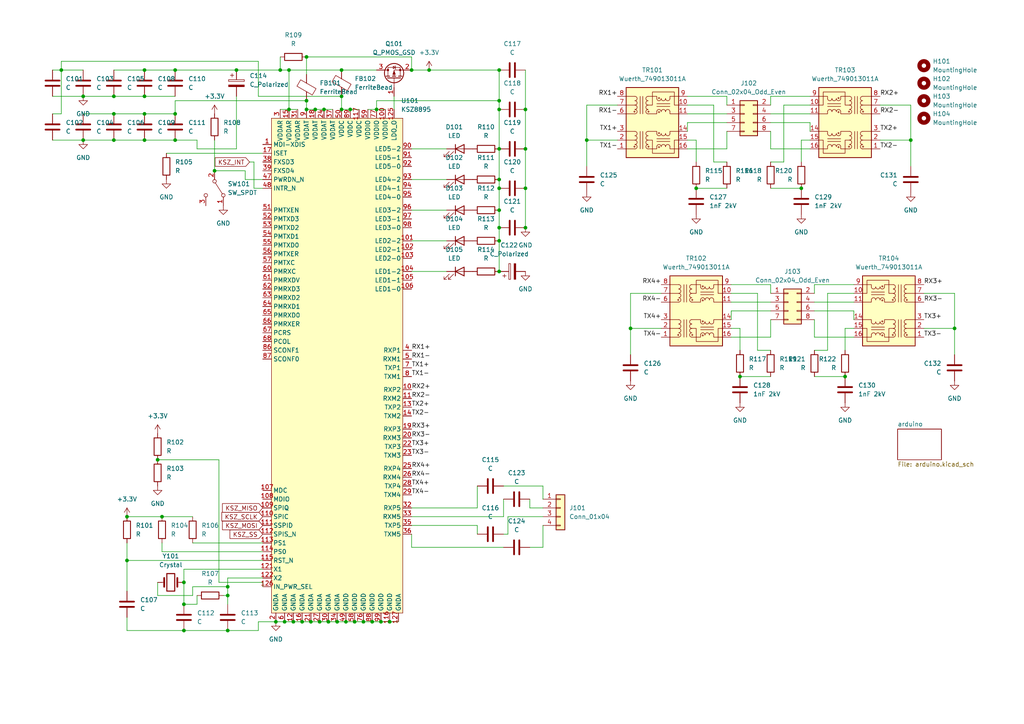
<source format=kicad_sch>
(kicad_sch (version 20211123) (generator eeschema)
  (paper "A4")
  (lib_symbols
    (symbol "Connector_Generic:Conn_01x04" (pin_names (offset 1.016) hide)
      (property "Reference" "J" (at 0 5.08 0))
      (property "Value" "Conn_01x04" (at 0 -7.62 0))
      (symbol "Conn_01x04_1_1"
        (pin passive line (at -5.08 2.54 0) (length 3.81) (name "Pin_1") (number "1"))
        (pin passive line (at -5.08 0 0) (length 3.81) (name "Pin_2") (number "2"))
        (pin passive line (at -5.08 -2.54 0) (length 3.81) (name "Pin_3") (number "3"))
        (pin passive line (at -5.08 -5.08 0) (length 3.81) (name "Pin_4") (number "4"))
      )
    )
    (symbol "Connector_Generic:Conn_02x04_Odd_Even" (pin_names (offset 1.016) hide)
      (property "Reference" "J" (at 1.27 5.08 0))
      (property "Value" "Conn_02x04_Odd_Even" (at 1.27 -7.62 0))
      (symbol "Conn_02x04_Odd_Even_1_1"
        (pin passive line (at -5.08 2.54 0) (length 3.81) (name "Pin_1") (number "1"))
        (pin passive line (at 7.62 2.54 180) (length 3.81) (name "Pin_2") (number "2"))
        (pin passive line (at -5.08 0 0) (length 3.81) (name "Pin_3") (number "3"))
        (pin passive line (at 7.62 0 180) (length 3.81) (name "Pin_4") (number "4"))
        (pin passive line (at -5.08 -2.54 0) (length 3.81) (name "Pin_5") (number "5"))
        (pin passive line (at 7.62 -2.54 180) (length 3.81) (name "Pin_6") (number "6"))
        (pin passive line (at -5.08 -5.08 0) (length 3.81) (name "Pin_7") (number "7"))
        (pin passive line (at 7.62 -5.08 180) (length 3.81) (name "Pin_8") (number "8"))
      )
    )
    (symbol "Device:C" (pin_numbers hide) (pin_names (offset 0.254))
      (property "Reference" "C" (at 0.635 2.54 0))
      (property "Value" "C" (at 0.635 -2.54 0))
      (symbol "C_1_1"
        (pin passive line (at 0 3.81 270) (length 2.794) (name "~") (number "1"))
        (pin passive line (at 0 -3.81 90) (length 2.794) (name "~") (number "2"))
      )
    )
    (symbol "Device:C_Polarized" (pin_numbers hide) (pin_names (offset 0.254))
      (property "Reference" "C" (at 0.635 2.54 0))
      (property "Value" "C_Polarized" (at 0.635 -2.54 0))
      (symbol "C_Polarized_1_1"
        (pin passive line (at 0 3.81 270) (length 2.794) (name "~") (number "1"))
        (pin passive line (at 0 -3.81 90) (length 2.794) (name "~") (number "2"))
      )
    )
    (symbol "Device:Crystal" (pin_numbers hide) (pin_names (offset 1.016) hide)
      (property "Reference" "Y" (at 0 3.81 0))
      (property "Value" "Crystal" (at 0 -3.81 0))
      (symbol "Crystal_1_1"
        (pin passive line (at -3.81 0 0) (length 1.27) (name "1") (number "1"))
        (pin passive line (at 3.81 0 180) (length 1.27) (name "2") (number "2"))
      )
    )
    (symbol "Device:FerriteBead" (pin_numbers hide) (pin_names (offset 0))
      (property "Reference" "FB" (at -3.81 0.635 90))
      (property "Value" "FerriteBead" (at 3.81 0 90))
      (symbol "FerriteBead_1_1"
        (pin passive line (at 0 3.81 270) (length 2.54) (name "~") (number "1"))
        (pin passive line (at 0 -3.81 90) (length 2.54) (name "~") (number "2"))
      )
    )
    (symbol "Device:LED" (pin_numbers hide) (pin_names (offset 1.016) hide)
      (property "Reference" "D" (at 0 2.54 0))
      (property "Value" "LED" (at 0 -2.54 0))
      (symbol "LED_1_1"
        (pin passive line (at -3.81 0 0) (length 2.54) (name "K") (number "1"))
        (pin passive line (at 3.81 0 180) (length 2.54) (name "A") (number "2"))
      )
    )
    (symbol "Device:Q_PMOS_GSD" (pin_names (offset 0) hide)
      (property "Reference" "Q" (at 5.08 1.27 0))
      (property "Value" "Q_PMOS_GSD" (at 5.08 -1.27 0))
      (symbol "Q_PMOS_GSD_1_1"
        (pin input line (at -5.08 0 0) (length 2.54) (name "G") (number "1"))
        (pin passive line (at 2.54 -5.08 90) (length 2.54) (name "S") (number "2"))
        (pin passive line (at 2.54 5.08 270) (length 2.54) (name "D") (number "3"))
      )
    )
    (symbol "Device:R" (pin_numbers hide) (pin_names (offset 0))
      (property "Reference" "R" (at 2.032 0 90))
      (property "Value" "R" (at 0 0 90))
      (symbol "R_1_1"
        (pin passive line (at 0 3.81 270) (length 1.27) (name "~") (number "1"))
        (pin passive line (at 0 -3.81 90) (length 1.27) (name "~") (number "2"))
      )
    )
    (symbol "Mechanical:MountingHole" (pin_names (offset 1.016))
      (property "Reference" "H" (at 0 5.08 0))
      (property "Value" "MountingHole" (at 0 3.175 0))
    )
    (symbol "New_Library:KSZ8895"
      (property "Reference" "U" (at 0 0 0))
      (property "Value" "KSZ8895" (at 0 0 0))
      (symbol "KSZ8895_1_1"
        (pin input line (at -16.51 66.04 0) (length 2.54) (name "MDI-XDIS") (number "1"))
        (pin bidirectional line (at 26.67 -5.08 180) (length 2.54) (name "RXP2") (number "10"))
        (pin power_in line (at 19.05 76.2 270) (length 2.54) (name "VDDIO") (number "100"))
        (pin output line (at 26.67 38.1 180) (length 2.54) (name "LED2-2") (number "101"))
        (pin output line (at 26.67 35.56 180) (length 2.54) (name "LED2-1") (number "102"))
        (pin output line (at 26.67 33.02 180) (length 2.54) (name "LED2-0") (number "103"))
        (pin output line (at 26.67 29.21 180) (length 2.54) (name "LED1-2") (number "104"))
        (pin output line (at 26.67 26.67 180) (length 2.54) (name "LED1-1") (number "105"))
        (pin output line (at 26.67 24.13 180) (length 2.54) (name "LED1-0") (number "106"))
        (pin input line (at -16.51 -34.29 0) (length 2.54) (name "MDC") (number "107"))
        (pin input line (at -16.51 -36.83 0) (length 2.54) (name "MDIO") (number "108"))
        (pin input line (at -16.51 -39.37 0) (length 2.54) (name "SPIQ") (number "109"))
        (pin bidirectional line (at 26.67 -7.62 180) (length 2.54) (name "RXM2") (number "11"))
        (pin input line (at -16.51 -41.91 0) (length 2.54) (name "SPIC") (number "110"))
        (pin input line (at -16.51 -44.45 0) (length 2.54) (name "SSPID") (number "111"))
        (pin input line (at -16.51 -46.99 0) (length 2.54) (name "SPIS_N") (number "112"))
        (pin input line (at -16.51 -49.53 0) (length 2.54) (name "PS1") (number "113"))
        (pin input line (at -16.51 -52.07 0) (length 2.54) (name "PS0") (number "114"))
        (pin input line (at -16.51 -54.61 0) (length 2.54) (name "RST_N") (number "115"))
        (pin power_in line (at 20.32 -72.39 90) (length 2.54) (name "GNDD") (number "116"))
        (pin power_in line (at 11.43 76.2 270) (length 2.54) (name "VDDC") (number "117"))
        (pin power_in line (at -7.62 -72.39 90) (length 2.54) (name "GNDA") (number "12"))
        (pin input line (at -16.51 -57.15 0) (length 2.54) (name "X1") (number "121"))
        (pin output line (at -16.51 -59.69 0) (length 2.54) (name "X2") (number "122"))
        (pin power_out line (at 21.59 76.2 270) (length 2.54) (name "LDO_O") (number "125"))
        (pin input line (at -16.51 -62.23 0) (length 2.54) (name "IN_PWR_SEL") (number "126"))
        (pin power_in line (at 22.86 -72.39 90) (length 2.54) (name "GNDA") (number "127"))
        (pin bidirectional line (at 26.67 -10.16 180) (length 2.54) (name "TXP2") (number "13"))
        (pin bidirectional line (at 26.67 -12.7 180) (length 2.54) (name "TXM2") (number "14"))
        (pin power_in line (at -8.89 76.2 270) (length 2.54) (name "VDDAR") (number "15"))
        (pin power_in line (at -5.08 -72.39 90) (length 2.54) (name "GNDA") (number "16"))
        (pin input line (at -16.51 63.5 0) (length 2.54) (name "ISET") (number "17"))
        (pin power_in line (at -1.27 76.2 270) (length 2.54) (name "VDDAT") (number "18"))
        (pin bidirectional line (at 26.67 -16.51 180) (length 2.54) (name "RXP3") (number "19"))
        (pin power_in line (at -12.7 -72.39 90) (length 2.54) (name "GNDA") (number "2"))
        (pin bidirectional line (at 26.67 -19.05 180) (length 2.54) (name "RXM3") (number "20"))
        (pin power_in line (at -2.54 -72.39 90) (length 2.54) (name "GNDA") (number "21"))
        (pin bidirectional line (at 26.67 -21.59 180) (length 2.54) (name "TXP3") (number "22"))
        (pin bidirectional line (at 26.67 -24.13 180) (length 2.54) (name "TXM3") (number "23"))
        (pin power_in line (at 1.27 76.2 270) (length 2.54) (name "VDDAT") (number "24"))
        (pin bidirectional line (at 26.67 -27.94 180) (length 2.54) (name "RXP4") (number "25"))
        (pin bidirectional line (at 26.67 -30.48 180) (length 2.54) (name "RXM4") (number "26"))
        (pin power_in line (at 0 -72.39 90) (length 2.54) (name "GNDA") (number "27"))
        (pin bidirectional line (at 26.67 -33.02 180) (length 2.54) (name "TXP4") (number "28"))
        (pin bidirectional line (at 26.67 -35.56 180) (length 2.54) (name "TXM4") (number "29"))
        (pin power_in line (at -11.43 76.2 270) (length 2.54) (name "VDDAR") (number "3"))
        (pin power_in line (at 2.54 -72.39 90) (length 2.54) (name "GNDA") (number "30"))
        (pin power_in line (at -6.35 76.2 270) (length 2.54) (name "VDDAR") (number "31"))
        (pin bidirectional line (at 26.67 -39.37 180) (length 2.54) (name "RXP5") (number "32"))
        (pin bidirectional line (at 26.67 -41.91 180) (length 2.54) (name "RXM5") (number "33"))
        (pin power_in line (at 5.08 -72.39 90) (length 2.54) (name "GNDA") (number "34"))
        (pin bidirectional line (at 26.67 -44.45 180) (length 2.54) (name "TXP5") (number "35"))
        (pin bidirectional line (at 26.67 -46.99 180) (length 2.54) (name "TXM5") (number "36"))
        (pin power_in line (at 3.81 76.2 270) (length 2.54) (name "VDDAT") (number "37"))
        (pin input line (at -16.51 60.96 0) (length 2.54) (name "FXSD3") (number "38"))
        (pin input line (at -16.51 58.42 0) (length 2.54) (name "FXSD4") (number "39"))
        (pin bidirectional line (at 26.67 6.35 180) (length 2.54) (name "RXP1") (number "4"))
        (pin input line (at -16.51 55.88 0) (length 2.54) (name "PWRDN_N") (number "47"))
        (pin output line (at -16.51 53.34 0) (length 2.54) (name "INTR_N") (number "48"))
        (pin power_in line (at 7.62 -72.39 90) (length 2.54) (name "GNDD") (number "49"))
        (pin bidirectional line (at 26.67 3.81 180) (length 2.54) (name "RXM1") (number "5"))
        (pin power_in line (at 6.35 76.2 270) (length 2.54) (name "VDDC") (number "50"))
        (pin input line (at -16.51 46.99 0) (length 2.54) (name "PMTXEN") (number "51"))
        (pin input line (at -16.51 44.45 0) (length 2.54) (name "PMTXD3") (number "52"))
        (pin input line (at -16.51 41.91 0) (length 2.54) (name "PMTXD2") (number "53"))
        (pin input line (at -16.51 39.37 0) (length 2.54) (name "PMTXD1") (number "54"))
        (pin input line (at -16.51 36.83 0) (length 2.54) (name "PMTXD0") (number "55"))
        (pin input line (at -16.51 34.29 0) (length 2.54) (name "PMTXER") (number "56"))
        (pin bidirectional line (at -16.51 31.75 0) (length 2.54) (name "PMTXC") (number "57"))
        (pin power_in line (at 10.16 -72.39 90) (length 2.54) (name "GNDD") (number "58"))
        (pin power_in line (at 13.97 76.2 270) (length 2.54) (name "VDDIO") (number "59"))
        (pin power_in line (at -10.16 -72.39 90) (length 2.54) (name "GNDA") (number "6"))
        (pin bidirectional line (at -16.51 29.21 0) (length 2.54) (name "PMRXC") (number "60"))
        (pin bidirectional line (at -16.51 26.67 0) (length 2.54) (name "PMRXDV") (number "61"))
        (pin output line (at -16.51 24.13 0) (length 2.54) (name "PMRXD3") (number "62"))
        (pin output line (at -16.51 21.59 0) (length 2.54) (name "PMRXD2") (number "63"))
        (pin output line (at -16.51 19.05 0) (length 2.54) (name "PMRXD1") (number "64"))
        (pin output line (at -16.51 16.51 0) (length 2.54) (name "PMRXD0") (number "65"))
        (pin output line (at -16.51 13.97 0) (length 2.54) (name "PMRXER") (number "66"))
        (pin output line (at -16.51 11.43 0) (length 2.54) (name "PCRS") (number "67"))
        (pin output line (at -16.51 8.89 0) (length 2.54) (name "PCOL") (number "68"))
        (pin bidirectional line (at 26.67 1.27 180) (length 2.54) (name "TXP1") (number "7"))
        (pin power_in line (at 12.7 -72.39 90) (length 2.54) (name "GNDD") (number "76"))
        (pin power_in line (at 16.51 76.2 270) (length 2.54) (name "VDDIO") (number "77"))
        (pin bidirectional line (at 26.67 -1.27 180) (length 2.54) (name "TXM1") (number "8"))
        (pin input line (at -16.51 6.35 0) (length 2.54) (name "SCONF1") (number "86"))
        (pin input line (at -16.51 3.81 0) (length 2.54) (name "SCONF0") (number "87"))
        (pin power_in line (at 15.24 -72.39 90) (length 2.54) (name "GNDD") (number "88"))
        (pin power_in line (at 8.89 76.2 270) (length 2.54) (name "VDDC") (number "89"))
        (pin power_in line (at -3.81 76.2 270) (length 2.54) (name "VDDAT") (number "9"))
        (pin output line (at 26.67 64.77 180) (length 2.54) (name "LED5-2") (number "90"))
        (pin output line (at 26.67 62.23 180) (length 2.54) (name "LED5-1") (number "91"))
        (pin output line (at 26.67 59.69 180) (length 2.54) (name "LED5-0") (number "92"))
        (pin output line (at 26.67 55.88 180) (length 2.54) (name "LED4-2") (number "93"))
        (pin output line (at 26.67 53.34 180) (length 2.54) (name "LED4-1") (number "94"))
        (pin output line (at 26.67 50.8 180) (length 2.54) (name "LED4-0") (number "95"))
        (pin output line (at 26.67 46.99 180) (length 2.54) (name "LED3-2") (number "96"))
        (pin output line (at 26.67 44.45 180) (length 2.54) (name "LED3-1") (number "97"))
        (pin output line (at 26.67 41.91 180) (length 2.54) (name "LED3-0") (number "98"))
        (pin power_in line (at 17.78 -72.39 90) (length 2.54) (name "GNDD") (number "99"))
      )
    )
    (symbol "Switch:SW_SPDT" (pin_names (offset 0) hide)
      (property "Reference" "SW" (at 0 4.318 0))
      (property "Value" "SW_SPDT" (at 0 -5.08 0))
      (symbol "SW_SPDT_1_1"
        (pin passive line (at 5.08 2.54 180) (length 2.54) (name "A") (number "1"))
        (pin passive line (at -5.08 0 0) (length 2.54) (name "B") (number "2"))
        (pin passive line (at 5.08 -2.54 180) (length 2.54) (name "C") (number "3"))
      )
    )
    (symbol "Transformer:Wuerth_749013011A" (pin_names hide)
      (property "Reference" "TR" (at 0 10.795 0))
      (property "Value" "Wuerth_749013011A" (at 0 -10.795 0))
      (symbol "Wuerth_749013011A_1_1"
        (pin passive line (at -10.16 -7.62 0) (length 2.54) (name "TD+") (number "1"))
        (pin passive line (at 10.16 5.08 180) (length 2.54) (name "C_RX") (number "10"))
        (pin passive line (at 10.16 2.54 180) (length 2.54) (name "RX+") (number "11"))
        (pin passive line (at 10.16 -2.54 180) (length 2.54) (name "TX-") (number "14"))
        (pin passive line (at 10.16 -5.08 180) (length 2.54) (name "C_TX") (number "15"))
        (pin passive line (at 10.16 -7.62 180) (length 2.54) (name "TX+") (number "16"))
        (pin passive line (at -10.16 -5.08 0) (length 2.54) (name "C_TD") (number "2"))
        (pin passive line (at -10.16 -2.54 0) (length 2.54) (name "TD-") (number "3"))
        (pin passive line (at -10.16 2.54 0) (length 2.54) (name "RD+") (number "6"))
        (pin passive line (at -10.16 5.08 0) (length 2.54) (name "C_RD") (number "7"))
        (pin passive line (at -10.16 7.62 0) (length 2.54) (name "RD-") (number "8"))
        (pin passive line (at 10.16 7.62 180) (length 2.54) (name "RX-") (number "9"))
      )
    )
    (symbol "power:+3.3V" (power) (pin_names (offset 0))
      (property "Value" "+3.3V" (at 0 3.556 0))
      (symbol "+3.3V_1_1"
        (pin power_in line (at 0 0 90) (length 0) hide (name "+3.3V") (number "1"))
      )
    )
    (symbol "power:GND" (power) (pin_names (offset 0))
      (property "Value" "GND" (at 0 -3.81 0))
      (symbol "GND_1_1"
        (pin power_in line (at 0 0 270) (length 0) hide (name "GND") (number "1"))
      )
    )
  )
  (junction (at 182.88 95.25))
  (junction (at 144.78 78.74))
  (junction (at 81.28 20.32))
  (junction (at 53.34 182.88))
  (junction (at 45.72 133.35))
  (junction (at 87.63 180.34))
  (junction (at 214.63 109.22))
  (junction (at 245.11 109.22))
  (junction (at 144.78 52.07))
  (junction (at 88.9 16.51))
  (junction (at 92.71 180.34))
  (junction (at 107.95 180.34))
  (junction (at 99.06 31.75))
  (junction (at 66.04 172.72))
  (junction (at 113.03 180.34))
  (junction (at 144.78 20.32))
  (junction (at 33.02 33.02))
  (junction (at 80.01 180.34))
  (junction (at 144.78 60.96))
  (junction (at 88.9 29.21))
  (junction (at 93.98 31.75))
  (junction (at 33.02 40.64))
  (junction (at 17.78 20.32))
  (junction (at 100.33 180.34))
  (junction (at 170.18 40.64))
  (junction (at 66.04 182.88))
  (junction (at 46.99 149.86))
  (junction (at 152.4 31.75))
  (junction (at 101.6 31.75))
  (junction (at 144.78 69.85))
  (junction (at 41.91 27.94))
  (junction (at 24.13 40.64))
  (junction (at 95.25 180.34))
  (junction (at 276.86 95.25))
  (junction (at 68.58 20.32))
  (junction (at 90.17 180.34))
  (junction (at 50.8 33.02))
  (junction (at 102.87 180.34))
  (junction (at 50.8 40.64))
  (junction (at 66.04 170.18))
  (junction (at 144.78 43.18))
  (junction (at 97.79 180.34))
  (junction (at 152.4 54.61))
  (junction (at 33.02 27.94))
  (junction (at 152.4 43.18))
  (junction (at 119.38 20.32))
  (junction (at 91.44 31.75))
  (junction (at 41.91 40.64))
  (junction (at 99.06 27.94))
  (junction (at 83.82 20.32))
  (junction (at 232.41 54.61))
  (junction (at 36.83 149.86))
  (junction (at 41.91 33.02))
  (junction (at 152.4 66.04))
  (junction (at 264.16 40.64))
  (junction (at 24.13 27.94))
  (junction (at 50.8 20.32))
  (junction (at 88.9 31.75))
  (junction (at 53.34 168.91))
  (junction (at 144.78 66.04))
  (junction (at 62.23 49.53))
  (junction (at 36.83 162.56))
  (junction (at 201.93 54.61))
  (junction (at 110.49 180.34))
  (junction (at 41.91 20.32))
  (junction (at 85.09 180.34))
  (junction (at 99.06 20.32))
  (junction (at 144.78 31.75))
  (junction (at 105.41 180.34))
  (junction (at 82.55 180.34))
  (junction (at 53.34 175.26))
  (junction (at 83.82 31.75))
  (junction (at 144.78 54.61))
  (junction (at 124.46 20.32))
  (junction (at 109.22 31.75))
  (junction (at 144.78 29.21))
  (wire (pts (xy 85.09 180.34) (xy 87.63 180.34)))
  (wire (pts (xy 182.88 95.25) (xy 191.77 95.25)))
  (wire (pts (xy 92.71 180.34) (xy 95.25 180.34)))
  (wire (pts (xy 99.06 31.75) (xy 101.6 31.75)))
  (wire (pts (xy 170.18 48.26) (xy 170.18 40.64)))
  (wire (pts (xy 33.02 27.94) (xy 41.91 27.94)))
  (wire (pts (xy 210.82 43.18) (xy 210.82 38.1)))
  (wire (pts (xy 71.12 49.53) (xy 71.12 52.07)))
  (wire (pts (xy 46.99 149.86) (xy 55.88 149.86)))
  (wire (pts (xy 46.99 160.02) (xy 76.2 160.02)))
  (wire (pts (xy 119.38 78.74) (xy 129.54 78.74)))
  (wire (pts (xy 15.24 40.64) (xy 24.13 40.64)))
  (wire (pts (xy 101.6 31.75) (xy 104.14 31.75)))
  (wire (pts (xy 46.99 157.48) (xy 46.99 160.02)))
  (wire (pts (xy 232.41 54.61) (xy 223.52 54.61)))
  (wire (pts (xy 152.4 31.75) (xy 152.4 43.18)))
  (wire (pts (xy 179.07 30.48) (xy 170.18 30.48)))
  (wire (pts (xy 119.38 158.75) (xy 146.05 158.75)))
  (wire (pts (xy 227.33 46.99) (xy 227.33 30.48)))
  (wire (pts (xy 33.02 40.64) (xy 41.91 40.64)))
  (wire (pts (xy 144.78 43.18) (xy 144.78 52.07)))
  (wire (pts (xy 17.78 20.32) (xy 17.78 17.78)))
  (wire (pts (xy 91.44 31.75) (xy 93.98 31.75)))
  (wire (pts (xy 36.83 149.86) (xy 46.99 149.86)))
  (wire (pts (xy 119.38 52.07) (xy 129.54 52.07)))
  (wire (pts (xy 201.93 40.64) (xy 201.93 46.99)))
  (wire (pts (xy 207.01 46.99) (xy 207.01 30.48)))
  (wire (pts (xy 144.78 31.75) (xy 144.78 43.18)))
  (wire (pts (xy 62.23 49.53) (xy 71.12 49.53)))
  (wire (pts (xy 24.13 33.02) (xy 33.02 33.02)))
  (wire (pts (xy 97.79 180.34) (xy 100.33 180.34)))
  (wire (pts (xy 45.72 172.72) (xy 55.88 172.72)))
  (wire (pts (xy 152.4 54.61) (xy 152.4 66.04)))
  (wire (pts (xy 119.38 43.18) (xy 129.54 43.18)))
  (wire (pts (xy 234.95 43.18) (xy 223.52 43.18)))
  (wire (pts (xy 119.38 149.86) (xy 146.05 149.86)))
  (wire (pts (xy 68.58 20.32) (xy 81.28 20.32)))
  (wire (pts (xy 138.43 152.4) (xy 119.38 152.4)))
  (wire (pts (xy 207.01 30.48) (xy 199.39 30.48)))
  (wire (pts (xy 88.9 21.59) (xy 88.9 16.51)))
  (wire (pts (xy 182.88 85.09) (xy 182.88 95.25)))
  (wire (pts (xy 119.38 20.32) (xy 124.46 20.32)))
  (wire (pts (xy 223.52 90.17) (xy 212.09 90.17)))
  (wire (pts (xy 72.39 46.99) (xy 73.66 46.99)))
  (wire (pts (xy 214.63 95.25) (xy 214.63 101.6)))
  (wire (pts (xy 83.82 20.32) (xy 83.82 31.75)))
  (wire (pts (xy 24.13 40.64) (xy 33.02 40.64)))
  (wire (pts (xy 236.22 97.79) (xy 236.22 92.71)))
  (wire (pts (xy 267.97 85.09) (xy 276.86 85.09)))
  (wire (pts (xy 146.05 149.86) (xy 146.05 144.78)))
  (wire (pts (xy 66.04 170.18) (xy 66.04 172.72)))
  (wire (pts (xy 153.67 147.32) (xy 157.48 147.32)))
  (wire (pts (xy 50.8 40.64) (xy 57.15 40.64)))
  (wire (pts (xy 90.17 180.34) (xy 92.71 180.34)))
  (wire (pts (xy 236.22 90.17) (xy 247.65 90.17)))
  (wire (pts (xy 17.78 20.32) (xy 15.24 20.32)))
  (wire (pts (xy 106.68 31.75) (xy 109.22 31.75)))
  (wire (pts (xy 119.38 60.96) (xy 129.54 60.96)))
  (wire (pts (xy 223.52 101.6) (xy 219.71 101.6)))
  (wire (pts (xy 212.09 90.17) (xy 212.09 92.71)))
  (wire (pts (xy 36.83 162.56) (xy 36.83 171.45)))
  (wire (pts (xy 219.71 85.09) (xy 212.09 85.09)))
  (wire (pts (xy 81.28 20.32) (xy 81.28 16.51)))
  (wire (pts (xy 83.82 20.32) (xy 81.28 20.32)))
  (wire (pts (xy 74.93 17.78) (xy 74.93 27.94)))
  (wire (pts (xy 41.91 27.94) (xy 50.8 27.94)))
  (wire (pts (xy 144.78 69.85) (xy 144.78 78.74)))
  (wire (pts (xy 113.03 180.34) (xy 115.57 180.34)))
  (wire (pts (xy 87.63 180.34) (xy 90.17 180.34)))
  (wire (pts (xy 138.43 154.94) (xy 138.43 152.4)))
  (wire (pts (xy 227.33 30.48) (xy 234.95 30.48)))
  (wire (pts (xy 219.71 101.6) (xy 219.71 85.09)))
  (wire (pts (xy 99.06 27.94) (xy 99.06 31.75)))
  (wire (pts (xy 95.25 180.34) (xy 97.79 180.34)))
  (wire (pts (xy 247.65 97.79) (xy 236.22 97.79)))
  (wire (pts (xy 82.55 180.34) (xy 85.09 180.34)))
  (wire (pts (xy 157.48 149.86) (xy 147.32 149.86)))
  (wire (pts (xy 17.78 17.78) (xy 74.93 17.78)))
  (wire (pts (xy 212.09 95.25) (xy 214.63 95.25)))
  (wire (pts (xy 212.09 97.79) (xy 223.52 97.79)))
  (wire (pts (xy 100.33 180.34) (xy 102.87 180.34)))
  (wire (pts (xy 212.09 82.55) (xy 223.52 82.55)))
  (wire (pts (xy 55.88 157.48) (xy 76.2 157.48)))
  (wire (pts (xy 240.03 85.09) (xy 247.65 85.09)))
  (wire (pts (xy 83.82 31.75) (xy 86.36 31.75)))
  (wire (pts (xy 240.03 101.6) (xy 240.03 85.09)))
  (wire (pts (xy 182.88 102.87) (xy 182.88 95.25)))
  (wire (pts (xy 48.26 44.45) (xy 76.2 44.45)))
  (wire (pts (xy 191.77 85.09) (xy 182.88 85.09)))
  (wire (pts (xy 234.95 35.56) (xy 234.95 38.1)))
  (wire (pts (xy 88.9 29.21) (xy 50.8 29.21)))
  (wire (pts (xy 15.24 33.02) (xy 17.78 33.02)))
  (wire (pts (xy 45.72 168.91) (xy 45.72 172.72)))
  (wire (pts (xy 138.43 147.32) (xy 138.43 140.97)))
  (wire (pts (xy 144.78 20.32) (xy 144.78 29.21)))
  (wire (pts (xy 99.06 20.32) (xy 83.82 20.32)))
  (wire (pts (xy 210.82 27.94) (xy 210.82 30.48)))
  (wire (pts (xy 76.2 168.91) (xy 76.2 170.18)))
  (wire (pts (xy 199.39 33.02) (xy 210.82 33.02)))
  (wire (pts (xy 247.65 82.55) (xy 236.22 82.55)))
  (wire (pts (xy 210.82 35.56) (xy 199.39 35.56)))
  (wire (pts (xy 199.39 27.94) (xy 210.82 27.94)))
  (wire (pts (xy 66.04 172.72) (xy 66.04 175.26)))
  (wire (pts (xy 50.8 29.21) (xy 50.8 33.02)))
  (wire (pts (xy 73.66 54.61) (xy 73.66 46.99)))
  (wire (pts (xy 199.39 43.18) (xy 210.82 43.18)))
  (wire (pts (xy 36.83 182.88) (xy 53.34 182.88)))
  (wire (pts (xy 255.27 30.48) (xy 264.16 30.48)))
  (wire (pts (xy 15.24 27.94) (xy 24.13 27.94)))
  (wire (pts (xy 210.82 46.99) (xy 207.01 46.99)))
  (wire (pts (xy 53.34 165.1) (xy 53.34 168.91)))
  (wire (pts (xy 245.11 95.25) (xy 245.11 101.6)))
  (wire (pts (xy 223.52 27.94) (xy 223.52 30.48)))
  (wire (pts (xy 276.86 95.25) (xy 267.97 95.25)))
  (wire (pts (xy 68.58 43.18) (xy 68.58 27.94)))
  (wire (pts (xy 36.83 157.48) (xy 36.83 162.56)))
  (wire (pts (xy 53.34 168.91) (xy 53.34 175.26)))
  (wire (pts (xy 74.93 180.34) (xy 80.01 180.34)))
  (wire (pts (xy 50.8 20.32) (xy 68.58 20.32)))
  (wire (pts (xy 17.78 33.02) (xy 17.78 20.32)))
  (wire (pts (xy 119.38 69.85) (xy 129.54 69.85)))
  (wire (pts (xy 63.5 168.91) (xy 76.2 168.91)))
  (wire (pts (xy 66.04 167.64) (xy 66.04 170.18)))
  (wire (pts (xy 109.22 29.21) (xy 144.78 29.21)))
  (wire (pts (xy 109.22 31.75) (xy 111.76 31.75)))
  (wire (pts (xy 76.2 165.1) (xy 53.34 165.1)))
  (wire (pts (xy 247.65 90.17) (xy 247.65 92.71)))
  (wire (pts (xy 214.63 109.22) (xy 223.52 109.22)))
  (wire (pts (xy 53.34 175.26) (xy 57.15 175.26)))
  (wire (pts (xy 223.52 97.79) (xy 223.52 92.71)))
  (wire (pts (xy 223.52 82.55) (xy 223.52 85.09)))
  (wire (pts (xy 110.49 180.34) (xy 113.03 180.34)))
  (wire (pts (xy 81.28 31.75) (xy 83.82 31.75)))
  (wire (pts (xy 24.13 27.94) (xy 33.02 27.94)))
  (wire (pts (xy 109.22 20.32) (xy 99.06 20.32)))
  (wire (pts (xy 152.4 43.18) (xy 152.4 54.61)))
  (wire (pts (xy 212.09 87.63) (xy 223.52 87.63)))
  (wire (pts (xy 119.38 147.32) (xy 138.43 147.32)))
  (wire (pts (xy 41.91 33.02) (xy 50.8 33.02)))
  (wire (pts (xy 170.18 30.48) (xy 170.18 40.64)))
  (wire (pts (xy 57.15 175.26) (xy 57.15 172.72)))
  (wire (pts (xy 264.16 40.64) (xy 255.27 40.64)))
  (wire (pts (xy 57.15 40.64) (xy 57.15 43.18)))
  (wire (pts (xy 234.95 33.02) (xy 223.52 33.02)))
  (wire (pts (xy 45.72 133.35) (xy 63.5 133.35)))
  (wire (pts (xy 236.22 101.6) (xy 240.03 101.6)))
  (wire (pts (xy 144.78 29.21) (xy 144.78 31.75)))
  (wire (pts (xy 170.18 40.64) (xy 179.07 40.64)))
  (wire (pts (xy 64.77 172.72) (xy 66.04 172.72)))
  (wire (pts (xy 144.78 60.96) (xy 144.78 66.04)))
  (wire (pts (xy 57.15 43.18) (xy 68.58 43.18)))
  (wire (pts (xy 63.5 133.35) (xy 63.5 168.91)))
  (wire (pts (xy 33.02 20.32) (xy 41.91 20.32)))
  (wire (pts (xy 17.78 20.32) (xy 24.13 20.32)))
  (wire (pts (xy 223.52 46.99) (xy 227.33 46.99)))
  (wire (pts (xy 124.46 20.32) (xy 144.78 20.32)))
  (wire (pts (xy 62.23 40.64) (xy 62.23 49.53)))
  (wire (pts (xy 199.39 40.64) (xy 201.93 40.64)))
  (wire (pts (xy 236.22 82.55) (xy 236.22 85.09)))
  (wire (pts (xy 80.01 180.34) (xy 82.55 180.34)))
  (wire (pts (xy 88.9 31.75) (xy 91.44 31.75)))
  (wire (pts (xy 119.38 154.94) (xy 119.38 158.75)))
  (wire (pts (xy 153.67 144.78) (xy 153.67 147.32)))
  (wire (pts (xy 264.16 48.26) (xy 264.16 40.64)))
  (wire (pts (xy 147.32 149.86) (xy 147.32 154.94)))
  (wire (pts (xy 247.65 87.63) (xy 236.22 87.63)))
  (wire (pts (xy 201.93 54.61) (xy 210.82 54.61)))
  (wire (pts (xy 114.3 27.94) (xy 114.3 31.75)))
  (wire (pts (xy 152.4 20.32) (xy 152.4 31.75)))
  (wire (pts (xy 144.78 66.04) (xy 144.78 69.85)))
  (wire (pts (xy 74.93 182.88) (xy 74.93 180.34)))
  (wire (pts (xy 102.87 180.34) (xy 105.41 180.34)))
  (wire (pts (xy 76.2 167.64) (xy 66.04 167.64)))
  (wire (pts (xy 36.83 162.56) (xy 76.2 162.56)))
  (wire (pts (xy 76.2 54.61) (xy 73.66 54.61)))
  (wire (pts (xy 245.11 109.22) (xy 236.22 109.22)))
  (wire (pts (xy 55.88 172.72) (xy 55.88 170.18)))
  (wire (pts (xy 66.04 182.88) (xy 74.93 182.88)))
  (wire (pts (xy 88.9 16.51) (xy 119.38 16.51)))
  (wire (pts (xy 93.98 31.75) (xy 96.52 31.75)))
  (wire (pts (xy 144.78 52.07) (xy 144.78 54.61)))
  (wire (pts (xy 144.78 54.61) (xy 144.78 60.96)))
  (wire (pts (xy 107.95 180.34) (xy 110.49 180.34)))
  (wire (pts (xy 234.95 40.64) (xy 232.41 40.64)))
  (wire (pts (xy 105.41 180.34) (xy 107.95 180.34)))
  (wire (pts (xy 264.16 30.48) (xy 264.16 40.64)))
  (wire (pts (xy 71.12 52.07) (xy 76.2 52.07)))
  (wire (pts (xy 36.83 179.07) (xy 36.83 182.88)))
  (wire (pts (xy 247.65 95.25) (xy 245.11 95.25)))
  (wire (pts (xy 232.41 40.64) (xy 232.41 46.99)))
  (wire (pts (xy 41.91 20.32) (xy 50.8 20.32)))
  (wire (pts (xy 53.34 182.88) (xy 66.04 182.88)))
  (wire (pts (xy 157.48 158.75) (xy 157.48 152.4)))
  (wire (pts (xy 223.52 43.18) (xy 223.52 38.1)))
  (wire (pts (xy 153.67 158.75) (xy 157.48 158.75)))
  (wire (pts (xy 157.48 140.97) (xy 157.48 144.78)))
  (wire (pts (xy 55.88 170.18) (xy 66.04 170.18)))
  (wire (pts (xy 41.91 40.64) (xy 50.8 40.64)))
  (wire (pts (xy 276.86 85.09) (xy 276.86 95.25)))
  (wire (pts (xy 119.38 16.51) (xy 119.38 20.32)))
  (wire (pts (xy 33.02 33.02) (xy 41.91 33.02)))
  (wire (pts (xy 199.39 35.56) (xy 199.39 38.1)))
  (wire (pts (xy 276.86 102.87) (xy 276.86 95.25)))
  (wire (pts (xy 146.05 140.97) (xy 157.48 140.97)))
  (wire (pts (xy 223.52 35.56) (xy 234.95 35.56)))
  (wire (pts (xy 88.9 29.21) (xy 88.9 31.75)))
  (wire (pts (xy 147.32 154.94) (xy 146.05 154.94)))
  (wire (pts (xy 74.93 27.94) (xy 99.06 27.94)))
  (wire (pts (xy 234.95 27.94) (xy 223.52 27.94)))
  (wire (pts (xy 109.22 31.75) (xy 109.22 29.21)))
  (label "TX2-" (at 119.38 120.65 0))
  (label "TX3-" (at 119.38 132.08 0))
  (label "RX1-" (at 179.07 33.02 180))
  (label "RX1+" (at 119.38 101.6 0))
  (label "RX2-" (at 255.27 33.02 0))
  (label "RX4-" (at 119.38 138.43 0))
  (label "TX2+" (at 255.27 38.1 0))
  (label "RX1+" (at 179.07 27.94 180))
  (label "TX1+" (at 179.07 38.1 180))
  (label "TX4-" (at 119.38 143.51 0))
  (label "TX3+" (at 267.97 92.71 0))
  (label "TX2+" (at 119.38 118.11 0))
  (label "TX3+" (at 119.38 129.54 0))
  (label "RX3-" (at 267.97 87.63 0))
  (label "TX1-" (at 179.07 43.18 180))
  (label "RX4-" (at 191.77 87.63 180))
  (label "RX3+" (at 267.97 82.55 0))
  (label "RX2+" (at 255.27 27.94 0))
  (label "TX4+" (at 119.38 140.97 0))
  (label "TX3-" (at 267.97 97.79 0))
  (label "RX1-" (at 119.38 104.14 0))
  (label "TX1-" (at 119.38 109.22 0))
  (label "TX4-" (at 191.77 97.79 180))
  (label "RX3+" (at 119.38 124.46 0))
  (label "RX2-" (at 119.38 115.57 0))
  (label "TX2-" (at 255.27 43.18 0))
  (label "RX3-" (at 119.38 127 0))
  (label "TX4+" (at 191.77 92.71 180))
  (label "TX1+" (at 119.38 106.68 0))
  (label "RX2+" (at 119.38 113.03 0))
  (label "RX4+" (at 119.38 135.89 0))
  (label "RX4+" (at 191.77 82.55 180))
  (global_label "KSZ_MOSI" (shape input) (at 76.2 152.4 180) (property "Intersheet References" "${INTERSHEET_REFS}" (effects hide)))
  (global_label "KSZ_MISO" (shape input) (at 76.2 147.32 180) (property "Intersheet References" "${INTERSHEET_REFS}" (effects hide)))
  (global_label "KSZ_SS" (shape input) (at 76.2 154.94 180) (property "Intersheet References" "${INTERSHEET_REFS}" (effects hide)))
  (global_label "KSZ_INT" (shape input) (at 72.39 46.99 180) (property "Intersheet References" "${INTERSHEET_REFS}" (effects hide)))
  (global_label "KSZ_SCLK" (shape input) (at 76.2 149.86 180) (property "Intersheet References" "${INTERSHEET_REFS}" (effects hide)))
  (symbol (lib_id "Device:R") (at 46.99 153.67 0) (unit 1)
    (property "Reference" "R104" (at 49.53 152.3999 0) (effects (justify left)))
    (property "Value" "R" (at 49.53 154.9399 0) (effects (justify left)))
    (property "Footprint" "Resistor_SMD:R_0603_1608Metric" (effects hide))
  )
  (symbol (lib_id "power:GND") (at 276.86 110.49 0) (mirror y) (unit 1)
    (property "Reference" "#PWR0120" (effects hide))
    (property "Value" "GND" (at 276.86 115.57 0))
  )
  (symbol (lib_id "Device:R") (at 210.82 50.8 0) (unit 1)
    (property "Reference" "R116" (at 213.36 49.5299 0) (effects (justify left)))
    (property "Value" "R" (at 213.36 52.0699 0) (effects (justify left)))
    (property "Footprint" "Resistor_SMD:R_0603_1608Metric" (effects hide))
  )
  (symbol (lib_id "Device:LED") (at 133.35 78.74 0) (unit 1)
    (property "Reference" "D105" (at 131.7625 72.39 0))
    (property "Value" "LED" (at 131.7625 74.93 0))
    (property "Footprint" "Capacitor_SMD:C_0603_1608Metric" (effects hide))
  )
  (symbol (lib_id "Device:R") (at 60.96 172.72 90) (unit 1)
    (property "Reference" "R107" (at 60.96 166.37 90))
    (property "Value" "R" (at 60.96 168.91 90))
    (property "Footprint" "Resistor_SMD:R_0603_1608Metric" (effects hide))
  )
  (symbol (lib_id "power:GND") (at 201.93 62.23 0) (unit 1)
    (property "Reference" "#PWR0115" (effects hide))
    (property "Value" "GND" (at 201.93 67.31 0))
  )
  (symbol (lib_id "Device:C") (at 148.59 31.75 90) (unit 1)
    (property "Reference" "C118" (at 148.59 24.13 90))
    (property "Value" "C" (at 148.59 26.67 90))
    (property "Footprint" "Capacitor_SMD:C_0603_1608Metric" (effects hide))
  )
  (symbol (lib_id "Transformer:Wuerth_749013011A") (at 201.93 90.17 0) (unit 1)
    (property "Reference" "TR102" (at 201.93 74.93 0))
    (property "Value" "Wuerth_749013011A" (at 201.93 77.47 0))
    (property "Footprint" "Transformer_SMD:Transformer_Ethernet_Wuerth_749013011A" (effects hide))
    (property "Datasheet" "https://www.we-online.com/katalog/datasheet/749013011A.pdf" (effects hide))
  )
  (symbol (lib_id "Device:C") (at 15.24 24.13 0) (unit 1)
    (property "Reference" "C101" (at 19.05 22.8599 0) (effects (justify left)))
    (property "Value" "C" (at 19.05 25.3999 0) (effects (justify left)))
    (property "Footprint" "Capacitor_SMD:C_0603_1608Metric" (effects hide))
  )
  (symbol (lib_id "New_Library:KSZ8895") (at 92.71 107.95 0) (unit 1)
    (property "Reference" "U101" (at 116.3194 29.21 0) (effects (justify left)))
    (property "Value" "KSZ8895" (at 116.3194 31.75 0) (effects (justify left)))
    (property "Footprint" "Package_QFP:LQFP-128_14x20mm_P0.5mm" (effects hide))
  )
  (symbol (lib_id "power:+3.3V") (at 36.83 149.86 0) (unit 1)
    (property "Reference" "#PWR0103" (effects hide))
    (property "Value" "+3.3V" (at 36.83 144.78 0))
  )
  (symbol (lib_id "Device:R") (at 45.72 137.16 0) (unit 1)
    (property "Reference" "R103" (at 48.26 135.8899 0) (effects (justify left)))
    (property "Value" "R" (at 48.26 138.4299 0) (effects (justify left)))
    (property "Footprint" "Resistor_SMD:R_0603_1608Metric" (effects hide))
  )
  (symbol (lib_id "Transformer:Wuerth_749013011A") (at 257.81 90.17 0) (mirror y) (unit 1)
    (property "Reference" "TR104" (at 257.81 74.93 0))
    (property "Value" "Wuerth_749013011A" (at 257.81 77.47 0))
    (property "Footprint" "Transformer_SMD:Transformer_Ethernet_Wuerth_749013011A" (effects hide))
    (property "Datasheet" "https://www.we-online.com/katalog/datasheet/749013011A.pdf" (effects hide))
  )
  (symbol (lib_id "Device:R") (at 201.93 50.8 0) (unit 1)
    (property "Reference" "R115" (at 204.47 49.5299 0) (effects (justify left)))
    (property "Value" "R" (at 204.47 52.0699 0) (effects (justify left)))
    (property "Footprint" "Resistor_SMD:R_0603_1608Metric" (effects hide))
  )
  (symbol (lib_id "Transformer:Wuerth_749013011A") (at 189.23 35.56 0) (unit 1)
    (property "Reference" "TR101" (at 189.23 20.32 0))
    (property "Value" "Wuerth_749013011A" (at 189.23 22.86 0))
    (property "Footprint" "Transformer_SMD:Transformer_Ethernet_Wuerth_749013011A" (effects hide))
    (property "Datasheet" "https://www.we-online.com/katalog/datasheet/749013011A.pdf" (effects hide))
  )
  (symbol (lib_id "Device:C") (at 148.59 20.32 90) (unit 1)
    (property "Reference" "C117" (at 148.59 12.7 90))
    (property "Value" "C" (at 148.59 15.24 90))
    (property "Footprint" "Capacitor_SMD:C_0603_1608Metric" (effects hide))
  )
  (symbol (lib_id "Transformer:Wuerth_749013011A") (at 245.11 35.56 0) (mirror y) (unit 1)
    (property "Reference" "TR103" (at 245.11 20.32 0))
    (property "Value" "Wuerth_749013011A" (at 245.11 22.86 0))
    (property "Footprint" "Transformer_SMD:Transformer_Ethernet_Wuerth_749013011A" (effects hide))
    (property "Datasheet" "https://www.we-online.com/katalog/datasheet/749013011A.pdf" (effects hide))
  )
  (symbol (lib_id "Device:C") (at 41.91 36.83 0) (unit 1)
    (property "Reference" "C109" (at 45.72 35.5599 0) (effects (justify left)))
    (property "Value" "C" (at 45.72 38.0999 0) (effects (justify left)))
    (property "Footprint" "Capacitor_SMD:C_0603_1608Metric" (effects hide))
  )
  (symbol (lib_id "power:GND") (at 182.88 110.49 0) (unit 1)
    (property "Reference" "#PWR0114" (effects hide))
    (property "Value" "GND" (at 182.88 115.57 0))
  )
  (symbol (lib_id "Device:LED") (at 133.35 69.85 0) (unit 1)
    (property "Reference" "D104" (at 131.7625 63.5 0))
    (property "Value" "LED" (at 131.7625 66.04 0))
    (property "Footprint" "Capacitor_SMD:C_0603_1608Metric" (effects hide))
  )
  (symbol (lib_id "Device:R") (at 48.26 48.26 0) (unit 1)
    (property "Reference" "R105" (at 50.8 46.9899 0) (effects (justify left)))
    (property "Value" "R" (at 50.8 49.5299 0) (effects (justify left)))
    (property "Footprint" "Resistor_SMD:R_0603_1608Metric" (effects hide))
  )
  (symbol (lib_id "Device:R") (at 214.63 105.41 0) (unit 1)
    (property "Reference" "R117" (at 217.17 104.1399 0) (effects (justify left)))
    (property "Value" "R" (at 217.17 106.6799 0) (effects (justify left)))
    (property "Footprint" "Resistor_SMD:R_0603_1608Metric" (effects hide))
  )
  (symbol (lib_id "power:GND") (at 48.26 52.07 0) (unit 1)
    (property "Reference" "#PWR0106" (effects hide))
    (property "Value" "GND" (at 48.26 57.15 0))
  )
  (symbol (lib_id "Device:C") (at 33.02 24.13 0) (unit 1)
    (property "Reference" "C105" (at 36.83 22.8599 0) (effects (justify left)))
    (property "Value" "C" (at 36.83 25.3999 0) (effects (justify left)))
    (property "Footprint" "Capacitor_SMD:C_0603_1608Metric" (effects hide))
  )
  (symbol (lib_id "Device:C") (at 149.86 144.78 90) (unit 1)
    (property "Reference" "C123" (at 149.86 137.16 90))
    (property "Value" "C" (at 149.86 139.7 90))
    (property "Footprint" "Capacitor_SMD:C_0603_1608Metric" (effects hide))
  )
  (symbol (lib_id "Device:C") (at 142.24 140.97 90) (unit 1)
    (property "Reference" "C115" (at 142.24 133.35 90))
    (property "Value" "C" (at 142.24 135.89 90))
    (property "Footprint" "Capacitor_SMD:C_0603_1608Metric" (effects hide))
  )
  (symbol (lib_id "power:GND") (at 24.13 27.94 0) (unit 1)
    (property "Reference" "#PWR0101" (effects hide))
    (property "Value" "GND" (at 24.13 33.02 0))
  )
  (symbol (lib_id "Device:R") (at 232.41 50.8 0) (mirror y) (unit 1)
    (property "Reference" "R120" (at 229.87 49.5299 0) (effects (justify left)))
    (property "Value" "R" (at 229.87 52.0699 0) (effects (justify left)))
    (property "Footprint" "Resistor_SMD:R_0603_1608Metric" (effects hide))
  )
  (symbol (lib_id "power:GND") (at 152.4 66.04 0) (unit 1)
    (property "Reference" "#PWR0111" (effects hide))
    (property "Value" "GND" (at 152.4 71.12 0))
  )
  (symbol (lib_id "Mechanical:MountingHole") (at 267.97 34.29 0) (unit 1)
    (property "Reference" "H104" (at 270.51 33.0199 0) (effects (justify left)))
    (property "Value" "MountingHole" (at 270.51 35.5599 0) (effects (justify left)))
    (property "Footprint" "MountingHole:MountingHole_3.2mm_M3" (effects hide))
  )
  (symbol (lib_id "Device:Q_PMOS_GSD") (at 114.3 22.86 90) (unit 1)
    (property "Reference" "Q101" (at 114.3 12.7 90))
    (property "Value" "Q_PMOS_GSD" (at 114.3 15.24 90))
    (property "Footprint" "Package_TO_SOT_SMD:SOT-23-3" (effects hide))
  )
  (symbol (lib_id "Device:C") (at 201.93 58.42 0) (unit 1)
    (property "Reference" "C127" (at 205.74 57.1499 0) (effects (justify left)))
    (property "Value" "1nF 2kV" (at 205.74 59.6899 0) (effects (justify left)))
    (property "Footprint" "Capacitor_SMD:C_1206_3216Metric" (effects hide))
  )
  (symbol (lib_id "Device:FerriteBead") (at 88.9 25.4 0) (unit 1)
    (property "Reference" "FB101" (at 92.71 24.0791 0) (effects (justify left)))
    (property "Value" "FerriteBead" (at 92.71 26.6191 0) (effects (justify left)))
    (property "Footprint" "Capacitor_SMD:C_1206_3216Metric" (effects hide))
  )
  (symbol (lib_id "Device:C") (at 36.83 175.26 0) (unit 1)
    (property "Reference" "C107" (at 40.64 173.9899 0) (effects (justify left)))
    (property "Value" "C" (at 40.64 176.5299 0) (effects (justify left)))
    (property "Footprint" "Capacitor_SMD:C_0603_1608Metric" (effects hide))
  )
  (symbol (lib_id "Device:R") (at 140.97 60.96 90) (unit 1)
    (property "Reference" "R112" (at 140.97 54.61 90))
    (property "Value" "R" (at 140.97 57.15 90))
    (property "Footprint" "Resistor_SMD:R_0603_1608Metric" (effects hide))
  )
  (symbol (lib_id "Device:C_Polarized") (at 68.58 24.13 0) (unit 1)
    (property "Reference" "C114" (at 72.39 21.9709 0) (effects (justify left)))
    (property "Value" "C_Polarized" (at 72.39 24.5109 0) (effects (justify left)))
    (property "Footprint" "Capacitor_THT:CP_Radial_D8.0mm_P3.50mm" (effects hide))
  )
  (symbol (lib_id "power:GND") (at 64.77 59.69 0) (unit 1)
    (property "Reference" "#PWR0108" (effects hide))
    (property "Value" "GND" (at 64.77 64.77 0))
  )
  (symbol (lib_id "Device:R") (at 223.52 50.8 0) (mirror y) (unit 1)
    (property "Reference" "R118" (at 220.98 49.5299 0) (effects (justify left)))
    (property "Value" "R" (at 220.98 52.0699 0) (effects (justify left)))
    (property "Footprint" "Resistor_SMD:R_0603_1608Metric" (effects hide))
  )
  (symbol (lib_id "Device:C") (at 41.91 24.13 0) (unit 1)
    (property "Reference" "C108" (at 45.72 22.8599 0) (effects (justify left)))
    (property "Value" "C" (at 45.72 25.3999 0) (effects (justify left)))
    (property "Footprint" "Capacitor_SMD:C_0603_1608Metric" (effects hide))
  )
  (symbol (lib_id "Device:R") (at 140.97 43.18 90) (unit 1)
    (property "Reference" "R110" (at 140.97 36.83 90))
    (property "Value" "R" (at 140.97 39.37 90))
    (property "Footprint" "Resistor_SMD:R_0603_1608Metric" (effects hide))
  )
  (symbol (lib_id "power:+3.3V") (at 124.46 20.32 0) (unit 1)
    (property "Reference" "#PWR0110" (effects hide))
    (property "Value" "+3.3V" (at 124.46 15.24 0))
  )
  (symbol (lib_id "power:+3.3V") (at 62.23 33.02 0) (unit 1)
    (property "Reference" "#PWR0107" (effects hide))
    (property "Value" "+3.3V" (at 62.23 27.94 0))
  )
  (symbol (lib_id "Device:C") (at 148.59 66.04 90) (unit 1)
    (property "Reference" "C121" (at 148.59 58.42 90))
    (property "Value" "C" (at 148.59 60.96 90))
    (property "Footprint" "Capacitor_SMD:C_0603_1608Metric" (effects hide))
  )
  (symbol (lib_id "Device:C") (at 214.63 113.03 0) (unit 1)
    (property "Reference" "C128" (at 218.44 111.7599 0) (effects (justify left)))
    (property "Value" "1nF 2kV" (at 218.44 114.2999 0) (effects (justify left)))
    (property "Footprint" "Capacitor_SMD:C_1206_3216Metric" (effects hide))
  )
  (symbol (lib_id "Device:C") (at 33.02 36.83 0) (unit 1)
    (property "Reference" "C106" (at 36.83 35.5599 0) (effects (justify left)))
    (property "Value" "C" (at 36.83 38.0999 0) (effects (justify left)))
    (property "Footprint" "Capacitor_SMD:C_0603_1608Metric" (effects hide))
  )
  (symbol (lib_id "Device:R") (at 140.97 52.07 90) (unit 1)
    (property "Reference" "R111" (at 140.97 45.72 90))
    (property "Value" "R" (at 140.97 48.26 90))
    (property "Footprint" "Resistor_SMD:R_0603_1608Metric" (effects hide))
  )
  (symbol (lib_id "Device:C_Polarized") (at 148.59 78.74 90) (unit 1)
    (property "Reference" "C122" (at 147.701 71.12 90))
    (property "Value" "C_Polarized" (at 147.701 73.66 90))
    (property "Footprint" "Capacitor_THT:CP_Radial_D8.0mm_P3.50mm" (effects hide))
  )
  (symbol (lib_id "Device:R") (at 45.72 129.54 0) (unit 1)
    (property "Reference" "R102" (at 48.26 128.2699 0) (effects (justify left)))
    (property "Value" "R" (at 48.26 130.8099 0) (effects (justify left)))
    (property "Footprint" "Resistor_SMD:R_0603_1608Metric" (effects hide))
  )
  (symbol (lib_id "Device:C") (at 50.8 36.83 0) (unit 1)
    (property "Reference" "C111" (at 54.61 35.5599 0) (effects (justify left)))
    (property "Value" "C" (at 54.61 38.0999 0) (effects (justify left)))
    (property "Footprint" "Capacitor_SMD:C_0603_1608Metric" (effects hide))
  )
  (symbol (lib_id "Mechanical:MountingHole") (at 267.97 19.05 0) (unit 1)
    (property "Reference" "H101" (at 270.51 17.7799 0) (effects (justify left)))
    (property "Value" "MountingHole" (at 270.51 20.3199 0) (effects (justify left)))
    (property "Footprint" "MountingHole:MountingHole_3.2mm_M3" (effects hide))
  )
  (symbol (lib_id "power:GND") (at 214.63 116.84 0) (unit 1)
    (property "Reference" "#PWR0116" (effects hide))
    (property "Value" "GND" (at 214.63 121.92 0))
  )
  (symbol (lib_id "Device:R") (at 236.22 105.41 0) (mirror y) (unit 1)
    (property "Reference" "R121" (at 233.68 104.1399 0) (effects (justify left)))
    (property "Value" "R" (at 233.68 106.6799 0) (effects (justify left)))
    (property "Footprint" "Resistor_SMD:R_0603_1608Metric" (effects hide))
  )
  (symbol (lib_id "power:GND") (at 24.13 40.64 0) (unit 1)
    (property "Reference" "#PWR0102" (effects hide))
    (property "Value" "GND" (at 24.13 45.72 0))
  )
  (symbol (lib_id "power:GND") (at 80.01 180.34 0) (unit 1)
    (property "Reference" "#PWR0109" (effects hide))
    (property "Value" "GND" (at 80.01 185.42 0))
  )
  (symbol (lib_id "Device:R") (at 62.23 36.83 0) (unit 1)
    (property "Reference" "R108" (at 64.77 35.5599 0) (effects (justify left)))
    (property "Value" "R" (at 64.77 38.0999 0) (effects (justify left)))
    (property "Footprint" "Resistor_SMD:R_0603_1608Metric" (effects hide))
  )
  (symbol (lib_id "Device:C") (at 66.04 179.07 0) (unit 1)
    (property "Reference" "C113" (at 69.85 177.7999 0) (effects (justify left)))
    (property "Value" "C" (at 69.85 180.3399 0) (effects (justify left)))
    (property "Footprint" "Capacitor_SMD:C_0603_1608Metric" (effects hide))
  )
  (symbol (lib_id "Mechanical:MountingHole") (at 267.97 24.13 0) (unit 1)
    (property "Reference" "H102" (at 270.51 22.8599 0) (effects (justify left)))
    (property "Value" "MountingHole" (at 270.51 25.3999 0) (effects (justify left)))
    (property "Footprint" "MountingHole:MountingHole_3.2mm_M3" (effects hide))
  )
  (symbol (lib_id "Device:R") (at 140.97 78.74 90) (unit 1)
    (property "Reference" "R114" (at 140.97 72.39 90))
    (property "Value" "R" (at 140.97 74.93 90))
    (property "Footprint" "Resistor_SMD:R_0603_1608Metric" (effects hide))
  )
  (symbol (lib_id "power:GND") (at 170.18 55.88 0) (unit 1)
    (property "Reference" "#PWR0113" (effects hide))
    (property "Value" "GND" (at 170.18 60.96 0))
  )
  (symbol (lib_id "Device:R") (at 36.83 153.67 0) (unit 1)
    (property "Reference" "R101" (at 39.37 152.3999 0) (effects (justify left)))
    (property "Value" "R" (at 39.37 154.9399 0) (effects (justify left)))
    (property "Footprint" "Resistor_SMD:R_0603_1608Metric" (effects hide))
  )
  (symbol (lib_id "power:GND") (at 232.41 62.23 0) (unit 1)
    (property "Reference" "#PWR0117" (effects hide))
    (property "Value" "GND" (at 232.41 67.31 0))
  )
  (symbol (lib_id "Device:C") (at 245.11 113.03 0) (mirror y) (unit 1)
    (property "Reference" "C130" (at 248.92 111.7599 0) (effects (justify right)))
    (property "Value" "1nF 2kV" (at 248.92 114.2999 0) (effects (justify right)))
    (property "Footprint" "Capacitor_SMD:C_1206_3216Metric" (effects hide))
  )
  (symbol (lib_id "Device:C") (at 264.16 52.07 0) (mirror y) (unit 1)
    (property "Reference" "C131" (at 260.35 50.7999 0) (effects (justify left)))
    (property "Value" "C" (at 260.35 53.3399 0) (effects (justify left)))
    (property "Footprint" "Capacitor_SMD:C_0603_1608Metric" (effects hide))
  )
  (symbol (lib_id "power:GND") (at 152.4 78.74 0) (unit 1)
    (property "Reference" "#PWR0112" (effects hide))
    (property "Value" "GND" (at 152.4 83.82 0))
  )
  (symbol (lib_id "power:GND") (at 264.16 55.88 0) (mirror y) (unit 1)
    (property "Reference" "#PWR0119" (effects hide))
    (property "Value" "GND" (at 264.16 60.96 0))
  )
  (symbol (lib_id "Device:R") (at 140.97 69.85 90) (unit 1)
    (property "Reference" "R113" (at 140.97 63.5 90))
    (property "Value" "R" (at 140.97 66.04 90))
    (property "Footprint" "Resistor_SMD:R_0603_1608Metric" (effects hide))
  )
  (symbol (lib_id "Mechanical:MountingHole") (at 267.97 29.21 0) (unit 1)
    (property "Reference" "H103" (at 270.51 27.9399 0) (effects (justify left)))
    (property "Value" "MountingHole" (at 270.51 30.4799 0) (effects (justify left)))
    (property "Footprint" "MountingHole:MountingHole_3.2mm_M3" (effects hide))
  )
  (symbol (lib_id "Device:C") (at 148.59 43.18 90) (unit 1)
    (property "Reference" "C119" (at 148.59 35.56 90))
    (property "Value" "C" (at 148.59 38.1 90))
    (property "Footprint" "Capacitor_SMD:C_0603_1608Metric" (effects hide))
  )
  (symbol (lib_id "Device:C") (at 276.86 106.68 0) (mirror y) (unit 1)
    (property "Reference" "C132" (at 273.05 105.4099 0) (effects (justify left)))
    (property "Value" "C" (at 273.05 107.9499 0) (effects (justify left)))
    (property "Footprint" "Capacitor_SMD:C_0603_1608Metric" (effects hide))
  )
  (symbol (lib_id "Connector_Generic:Conn_01x04") (at 162.56 147.32 0) (unit 1)
    (property "Reference" "J101" (at 165.1 147.3199 0) (effects (justify left)))
    (property "Value" "Conn_01x04" (at 165.1 149.8599 0) (effects (justify left)))
    (property "Footprint" "Connector_PinHeader_2.54mm:PinHeader_1x04_P2.54mm_Vertical" (effects hide))
  )
  (symbol (lib_id "Device:Crystal") (at 49.53 168.91 0) (unit 1)
    (property "Reference" "Y101" (at 49.53 161.29 0))
    (property "Value" "Crystal" (at 49.53 163.83 0))
    (property "Footprint" "Crystal:Crystal_HC49-U_Vertical" (effects hide))
  )
  (symbol (lib_id "Device:C") (at 24.13 24.13 0) (unit 1)
    (property "Reference" "C103" (at 27.94 22.8599 0) (effects (justify left)))
    (property "Value" "C" (at 27.94 25.3999 0) (effects (justify left)))
    (property "Footprint" "Capacitor_SMD:C_0603_1608Metric" (effects hide))
  )
  (symbol (lib_id "Device:R") (at 245.11 105.41 0) (mirror y) (unit 1)
    (property "Reference" "R122" (at 242.57 104.1399 0) (effects (justify left)))
    (property "Value" "R" (at 242.57 106.6799 0) (effects (justify left)))
    (property "Footprint" "Resistor_SMD:R_0603_1608Metric" (effects hide))
  )
  (symbol (lib_id "Device:C") (at 142.24 154.94 90) (unit 1)
    (property "Reference" "C116" (at 142.24 147.32 90))
    (property "Value" "C" (at 142.24 149.86 90))
    (property "Footprint" "Capacitor_SMD:C_0603_1608Metric" (effects hide))
  )
  (symbol (lib_id "Device:C") (at 148.59 54.61 90) (unit 1)
    (property "Reference" "C120" (at 148.59 46.99 90))
    (property "Value" "C" (at 148.59 49.53 90))
    (property "Footprint" "Capacitor_SMD:C_0603_1608Metric" (effects hide))
  )
  (symbol (lib_id "power:GND") (at 245.11 116.84 0) (unit 1)
    (property "Reference" "#PWR0118" (effects hide))
    (property "Value" "GND" (at 245.11 121.92 0))
  )
  (symbol (lib_id "Device:R") (at 223.52 105.41 0) (unit 1)
    (property "Reference" "R119" (at 226.06 104.1399 0) (effects (justify left)))
    (property "Value" "R" (at 226.06 106.6799 0) (effects (justify left)))
    (property "Footprint" "Resistor_SMD:R_0603_1608Metric" (effects hide))
  )
  (symbol (lib_id "power:+3.3V") (at 45.72 125.73 0) (unit 1)
    (property "Reference" "#PWR0104" (effects hide))
    (property "Value" "+3.3V" (at 45.72 120.65 0))
  )
  (symbol (lib_id "Device:C") (at 182.88 106.68 0) (unit 1)
    (property "Reference" "C126" (at 186.69 105.4099 0) (effects (justify left)))
    (property "Value" "C" (at 186.69 107.9499 0) (effects (justify left)))
    (property "Footprint" "Capacitor_SMD:C_0603_1608Metric" (effects hide))
  )
  (symbol (lib_id "Device:C") (at 149.86 158.75 90) (unit 1)
    (property "Reference" "C124" (at 149.86 151.13 90))
    (property "Value" "C" (at 149.86 153.67 90))
    (property "Footprint" "Capacitor_SMD:C_0603_1608Metric" (effects hide))
  )
  (symbol (lib_id "power:GND") (at 45.72 140.97 0) (unit 1)
    (property "Reference" "#PWR0105" (effects hide))
    (property "Value" "GND" (at 45.72 146.05 0))
  )
  (symbol (lib_id "Device:C") (at 15.24 36.83 0) (unit 1)
    (property "Reference" "C102" (at 19.05 35.5599 0) (effects (justify left)))
    (property "Value" "C" (at 19.05 38.0999 0) (effects (justify left)))
    (property "Footprint" "Capacitor_SMD:C_0603_1608Metric" (effects hide))
  )
  (symbol (lib_id "Device:C") (at 24.13 36.83 0) (unit 1)
    (property "Reference" "C104" (at 27.94 35.5599 0) (effects (justify left)))
    (property "Value" "C" (at 27.94 38.0999 0) (effects (justify left)))
    (property "Footprint" "Capacitor_SMD:C_0603_1608Metric" (effects hide))
  )
  (symbol (lib_id "Device:R") (at 85.09 16.51 270) (unit 1)
    (property "Reference" "R109" (at 85.09 10.16 90))
    (property "Value" "R" (at 85.09 12.7 90))
    (property "Footprint" "Resistor_SMD:R_0603_1608Metric" (effects hide))
  )
  (symbol (lib_id "Switch:SW_SPDT") (at 62.23 54.61 270) (unit 1)
    (property "Reference" "SW101" (at 66.04 53.3399 90) (effects (justify left)))
    (property "Value" "SW_SPDT" (at 66.04 55.8799 90) (effects (justify left)))
    (property "Footprint" "Connector_PinHeader_2.54mm:PinHeader_1x03_P2.54mm_Vertical" (effects hide))
  )
  (symbol (lib_id "Connector_Generic:Conn_02x04_Odd_Even") (at 228.6 87.63 0) (unit 1)
    (property "Reference" "J103" (at 229.87 78.74 0))
    (property "Value" "Conn_02x04_Odd_Even" (at 229.87 81.28 0))
    (property "Footprint" "Connector_PinHeader_2.54mm:PinHeader_2x04_P2.54mm_Vertical" (effects hide))
  )
  (symbol (lib_id "Device:LED") (at 133.35 52.07 0) (unit 1)
    (property "Reference" "D102" (at 131.7625 45.72 0))
    (property "Value" "LED" (at 131.7625 48.26 0))
    (property "Footprint" "Capacitor_SMD:C_0603_1608Metric" (effects hide))
  )
  (symbol (lib_id "Device:LED") (at 133.35 43.18 0) (unit 1)
    (property "Reference" "D101" (at 131.7625 36.83 0))
    (property "Value" "LED" (at 131.7625 39.37 0))
    (property "Footprint" "Capacitor_SMD:C_0603_1608Metric" (effects hide))
  )
  (symbol (lib_id "Device:C") (at 50.8 24.13 0) (unit 1)
    (property "Reference" "C110" (at 54.61 22.8599 0) (effects (justify left)))
    (property "Value" "C" (at 54.61 25.3999 0) (effects (justify left)))
    (property "Footprint" "Capacitor_SMD:C_0603_1608Metric" (effects hide))
  )
  (symbol (lib_id "Connector_Generic:Conn_02x04_Odd_Even") (at 215.9 33.02 0) (unit 1)
    (property "Reference" "J102" (at 217.17 24.13 0))
    (property "Value" "Conn_02x04_Odd_Even" (at 217.17 26.67 0))
    (property "Footprint" "Connector_PinHeader_2.54mm:PinHeader_2x04_P2.54mm_Vertical" (effects hide))
  )
  (symbol (lib_id "Device:LED") (at 133.35 60.96 0) (unit 1)
    (property "Reference" "D103" (at 131.7625 54.61 0))
    (property "Value" "LED" (at 131.7625 57.15 0))
    (property "Footprint" "Capacitor_SMD:C_0603_1608Metric" (effects hide))
  )
  (symbol (lib_id "Device:C") (at 53.34 179.07 0) (unit 1)
    (property "Reference" "C112" (at 57.15 177.7999 0) (effects (justify left)))
    (property "Value" "C" (at 57.15 180.3399 0) (effects (justify left)))
    (property "Footprint" "Capacitor_SMD:C_0603_1608Metric" (effects hide))
  )
  (symbol (lib_id "Device:C") (at 232.41 58.42 0) (mirror y) (unit 1)
    (property "Reference" "C129" (at 236.22 57.1499 0) (effects (justify right)))
    (property "Value" "1nF 2kV" (at 236.22 59.6899 0) (effects (justify right)))
    (property "Footprint" "Capacitor_SMD:C_1206_3216Metric" (effects hide))
  )
  (symbol (lib_id "Device:R") (at 55.88 153.67 0) (unit 1)
    (property "Reference" "R106" (at 58.42 152.3999 0) (effects (justify left)))
    (property "Value" "R" (at 58.42 154.9399 0) (effects (justify left)))
    (property "Footprint" "Resistor_SMD:R_0603_1608Metric" (effects hide))
  )
  (symbol (lib_id "Device:FerriteBead") (at 99.06 24.13 0) (unit 1)
    (property "Reference" "FB102" (at 102.87 22.8091 0) (effects (justify left)))
    (property "Value" "FerriteBead" (at 102.87 25.3491 0) (effects (justify left)))
    (property "Footprint" "Capacitor_SMD:C_1206_3216Metric" (effects hide))
  )
  (symbol (lib_id "Device:C") (at 170.18 52.07 0) (unit 1)
    (property "Reference" "C125" (at 173.99 50.7999 0) (effects (justify left)))
    (property "Value" "C" (at 173.99 53.3399 0) (effects (justify left)))
    (property "Footprint" "Capacitor_SMD:C_0603_1608Metric" (effects hide))
  )
  (sheet (at 260.35 124.46) (size 12.7 8.89) (stroke (width 0.1524))
    (property "Sheet name" "arduino" (at 260.35 123.7484 0) (effects (justify left bottom)))
    (property "Sheet file" "arduino.kicad_sch" (at 260.35 133.9346 0) (effects (justify left top)))
  )
)
</source>
